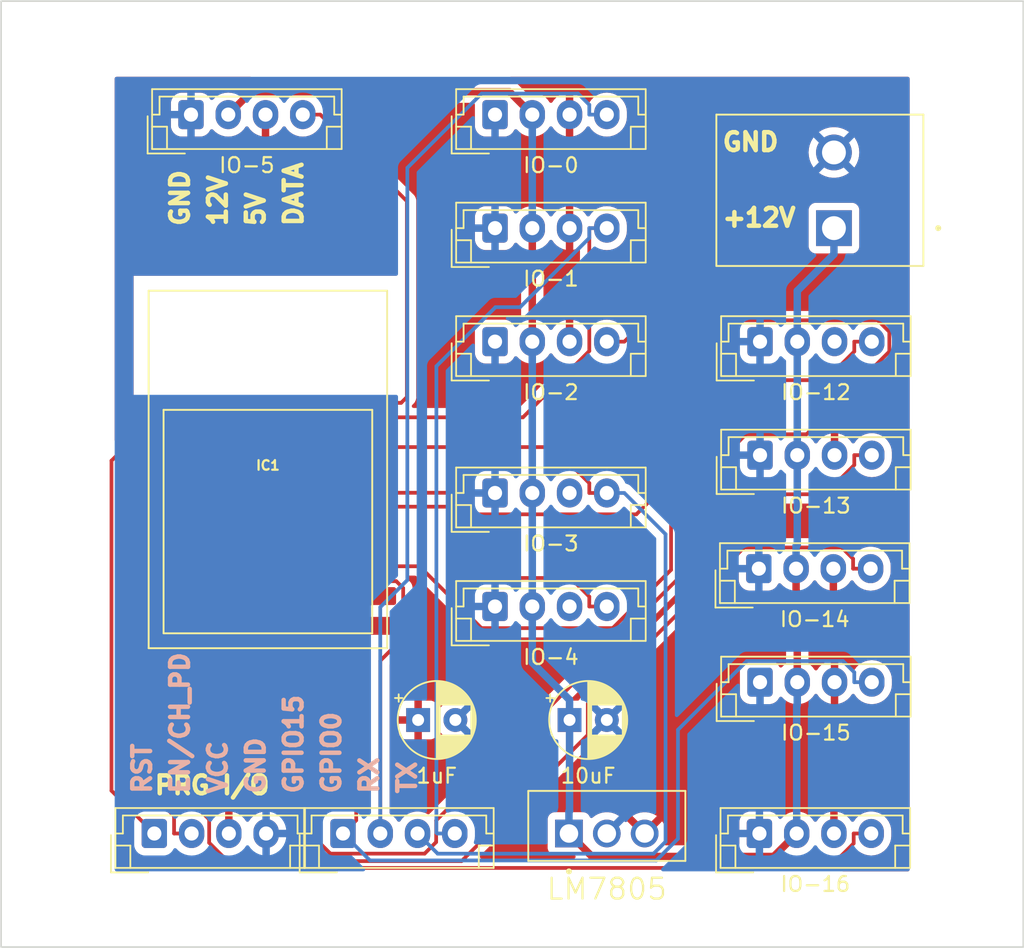
<source format=kicad_pcb>
(kicad_pcb (version 20221018) (generator pcbnew)
  (layers (0 "F.Cu" signal) (31 "B.Cu" signal) (34 "B.Paste" user) (35 "F.Paste" user) (36 "B.SilkS" user "B.Silkscreen") (37 "F.SilkS" user "F.Silkscreen") (38 "B.Mask" user) (39 "F.Mask" user) (44 "Edge.Cuts" user))
  (net 0 "")
  (net 1 "12V")
  (net 2 "GND")
  (net 3 "5V")
  (net 4 "Net-(IC1-RESET)")
  (net 6 "Net-(IC1-EN)")
  (net 7 "Net-(IC1-WAKE{slash}IO16)")
  (net 8 "Net-(IC1-SCK{slash}IO14)")
  (net 9 "Net-(IC1-MISO{slash}IO12)")
  (net 10 "Net-(IC1-MOSI{slash}IO13)")
  (net 11 "Net-(IC1-CS{slash}IO15)")
  (net 12 "Net-(IC1-IO2)")
  (net 13 "Net-(IC1-BL{slash}IO0)")
  (net 14 "Net-(IC1-SDA{slash}IO4)")
  (net 15 "Net-(IC1-SCL{slash}IO5)")
  (net 16 "Net-(IC1-RXD{slash}IO3)")
  (net 17 "Net-(IC1-TXD{slash}IO1)")
  (footprint "Connector_JST:JST_EH_B4B-EH-A_1x04_P2.50mm_Vertical" (layer "F.Cu") (at 61.08 66.04)
    (fp_text reference "J6" hide)
    (fp_text value "IO-3" (at 3.75 3.4) (layer "F.SilkS"))
    (pad "1" thru_hole roundrect (at 0 0) (size 1.7 1.95) (drill 0.95) (layers "*.Cu" "*.Mask") (roundrect_rratio 0.147059) (net 2 "GND"))
    (pad "2" thru_hole oval (at 2.5 0) (size 1.7 1.95) (drill 0.95) (layers "*.Cu" "*.Mask") (net 1 "12V"))
    (pad "3" thru_hole oval (at 5 0) (size 1.7 1.95) (drill 0.95) (layers "*.Cu" "*.Mask") (net 3 "5V"))
    (pad "4" thru_hole oval (at 7.5 0) (size 1.7 1.95) (drill 0.95) (layers "*.Cu" "*.Mask") (net 16 "Net-(IC1-RXD{slash}IO3)"))
  )
  (footprint "Connector_JST:JST_EH_B4B-EH-A_1x04_P2.50mm_Vertical" (layer "F.Cu") (at 78.86 63.5)
    (fp_text reference "J10" hide)
    (fp_text value "IO-13" (at 3.75 3.4) (layer "F.SilkS"))
    (pad "1" thru_hole roundrect (at 0 0) (size 1.7 1.95) (drill 0.95) (layers "*.Cu" "*.Mask") (roundrect_rratio 0.147059) (net 2 "GND"))
    (pad "2" thru_hole oval (at 2.5 0) (size 1.7 1.95) (drill 0.95) (layers "*.Cu" "*.Mask") (net 1 "12V"))
    (pad "3" thru_hole oval (at 5 0) (size 1.7 1.95) (drill 0.95) (layers "*.Cu" "*.Mask") (net 3 "5V"))
    (pad "4" thru_hole oval (at 7.5 0) (size 1.7 1.95) (drill 0.95) (layers "*.Cu" "*.Mask") (net 10 "Net-(IC1-MOSI{slash}IO13)"))
  )
  (footprint "Connector_JST:JST_EH_B4B-EH-A_1x04_P2.50mm_Vertical" (layer "F.Cu") (at 61.08 73.66)
    (fp_text reference "J7" hide)
    (fp_text value "IO-4" (at 3.75 3.4) (layer "F.SilkS"))
    (pad "1" thru_hole roundrect (at 0 0) (size 1.7 1.95) (drill 0.95) (layers "*.Cu" "*.Mask") (roundrect_rratio 0.147059) (net 2 "GND"))
    (pad "2" thru_hole oval (at 2.5 0) (size 1.7 1.95) (drill 0.95) (layers "*.Cu" "*.Mask") (net 1 "12V"))
    (pad "3" thru_hole oval (at 5 0) (size 1.7 1.95) (drill 0.95) (layers "*.Cu" "*.Mask") (net 3 "5V"))
    (pad "4" thru_hole oval (at 7.5 0) (size 1.7 1.95) (drill 0.95) (layers "*.Cu" "*.Mask") (net 14 "Net-(IC1-SDA{slash}IO4)"))
  )
  (footprint "Connector_JST:JST_EH_B4B-EH-A_1x04_P2.50mm_Vertical" (layer "F.Cu") (at 61.08 40.64)
    (fp_text reference "J3" hide)
    (fp_text value "IO-0" (at 3.75 3.4) (layer "F.SilkS"))
    (pad "1" thru_hole roundrect (at 0 0) (size 1.7 1.95) (drill 0.95) (layers "*.Cu" "*.Mask") (roundrect_rratio 0.147059) (net 2 "GND"))
    (pad "2" thru_hole oval (at 2.5 0) (size 1.7 1.95) (drill 0.95) (layers "*.Cu" "*.Mask") (net 1 "12V"))
    (pad "3" thru_hole oval (at 5 0) (size 1.7 1.95) (drill 0.95) (layers "*.Cu" "*.Mask") (net 3 "5V"))
    (pad "4" thru_hole oval (at 7.5 0) (size 1.7 1.95) (drill 0.95) (layers "*.Cu" "*.Mask") (net 13 "Net-(IC1-BL{slash}IO0)"))
  )
  (footprint "Connector_JST:JST_EH_B4B-EH-A_1x04_P2.50mm_Vertical" (layer "F.Cu") (at 50.88 88.9)
    (fp_text reference "J15" hide)
    (fp_text value "PRG-2")
    (pad "1" thru_hole roundrect (at 0 0) (size 1.7 1.95) (drill 0.95) (layers "*.Cu" "*.Mask") (roundrect_rratio 0.147059) (net 11 "Net-(IC1-CS{slash}IO15)"))
    (pad "2" thru_hole oval (at 2.5 0) (size 1.7 1.95) (drill 0.95) (layers "*.Cu" "*.Mask") (net 13 "Net-(IC1-BL{slash}IO0)"))
    (pad "3" thru_hole oval (at 5 0) (size 1.7 1.95) (drill 0.95) (layers "*.Cu" "*.Mask") (net 16 "Net-(IC1-RXD{slash}IO3)"))
    (pad "4" thru_hole oval (at 7.5 0) (size 1.7 1.95) (drill 0.95) (layers "*.Cu" "*.Mask") (net 17 "Net-(IC1-TXD{slash}IO1)"))
  )
  (footprint "LM7805CT_NOPB:TO254P1054X470X1955-3" (layer "F.Cu") (at 68.58 88.9)
    (fp_text reference "U1" hide)
    (fp_text value "LM7805" (at 0 3.729) (layer "F.SilkS") (effects (font (size 1.4 1.4))))
    (pad "1" thru_hole rect (at -2.54 0) (size 1.86 1.86) (drill 1.24) (layers "*.Cu" "*.Mask") (net 1 "12V"))
    (pad "2" thru_hole circle (at 0 0) (size 1.86 1.86) (drill 1.24) (layers "*.Cu" "*.Mask") (net 2 "GND"))
    (pad "3" thru_hole circle (at 2.54 0) (size 1.86 1.86) (drill 1.24) (layers "*.Cu" "*.Mask") (net 3 "5V"))
  )
  (footprint "Connector_JST:JST_EH_B4B-EH-A_1x04_P2.50mm_Vertical" (layer "F.Cu") (at 61.08 55.88)
    (fp_text reference "J5" hide)
    (fp_text value "IO-2" (at 3.75 3.4) (layer "F.SilkS"))
    (pad "1" thru_hole roundrect (at 0 0) (size 1.7 1.95) (drill 0.95) (layers "*.Cu" "*.Mask") (roundrect_rratio 0.147059) (net 2 "GND"))
    (pad "2" thru_hole oval (at 2.5 0) (size 1.7 1.95) (drill 0.95) (layers "*.Cu" "*.Mask") (net 1 "12V"))
    (pad "3" thru_hole oval (at 5 0) (size 1.7 1.95) (drill 0.95) (layers "*.Cu" "*.Mask") (net 3 "5V"))
    (pad "4" thru_hole oval (at 7.5 0) (size 1.7 1.95) (drill 0.95) (layers "*.Cu" "*.Mask") (net 12 "Net-(IC1-IO2)"))
  )
  (footprint "Capacitor_THT:CP_Radial_D5.0mm_P2.50mm" (layer "F.Cu") (at 55.92 81.28)
    (fp_text reference "C2" hide)
    (fp_text value "1uF" (at 1.25 3.75) (layer "F.SilkS"))
    (pad "1" thru_hole rect (at 0 0) (size 1.6 1.6) (drill 0.8) (layers "*.Cu" "*.Mask") (net 3 "5V"))
    (pad "2" thru_hole circle (at 2.5 0) (size 1.6 1.6) (drill 0.8) (layers "*.Cu" "*.Mask") (net 2 "GND"))
  )
  (footprint "Connector_JST:JST_EH_B4B-EH-A_1x04_P2.50mm_Vertical" (layer "F.Cu") (at 61.08 48.26)
    (fp_text reference "J4" hide)
    (fp_text value "IO-1" (at 3.75 3.4) (layer "F.SilkS"))
    (pad "1" thru_hole roundrect (at 0 0) (size 1.7 1.95) (drill 0.95) (layers "*.Cu" "*.Mask") (roundrect_rratio 0.147059) (net 2 "GND"))
    (pad "2" thru_hole oval (at 2.5 0) (size 1.7 1.95) (drill 0.95) (layers "*.Cu" "*.Mask") (net 1 "12V"))
    (pad "3" thru_hole oval (at 5 0) (size 1.7 1.95) (drill 0.95) (layers "*.Cu" "*.Mask") (net 3 "5V"))
    (pad "4" thru_hole oval (at 7.5 0) (size 1.7 1.95) (drill 0.95) (layers "*.Cu" "*.Mask") (net 17 "Net-(IC1-TXD{slash}IO1)"))
  )
  (footprint "ESP-12F:ESP-12F" (layer "F.Cu") (at 45.84 65.46)
    (fp_text reference "IC1" (at 0 -1.27031) (layer "F.SilkS") (effects (font (size 0.640154 0.640154))))
    (fp_text value "ESP-12F")
    (pad "1" smd roundrect (at -7.5 -4.5) (size 2.2 1.2) (layers "F.Cu" "F.Paste" "F.Mask") (roundrect_rratio 0.12) (net 4 "Net-(IC1-RESET)"))
    (pad "2" smd roundrect (at -7.5 -2.5) (size 2.2 1.2) (layers "F.Cu" "F.Paste" "F.Mask") (roundrect_rratio 0.12))
    (pad "3" smd roundrect (at -7.5 -0.5) (size 2.2 1.2) (layers "F.Cu" "F.Paste" "F.Mask") (roundrect_rratio 0.12) (net 6 "Net-(IC1-EN)"))
    (pad "4" smd roundrect (at -7.5 1.5) (size 2.2 1.2) (layers "F.Cu" "F.Paste" "F.Mask") (roundrect_rratio 0.12) (net 7 "Net-(IC1-WAKE{slash}IO16)"))
    (pad "5" smd roundrect (at -7.5 3.5) (size 2.2 1.2) (layers "F.Cu" "F.Paste" "F.Mask") (roundrect_rratio 0.12) (net 8 "Net-(IC1-SCK{slash}IO14)"))
    (pad "6" smd roundrect (at -7.5 5.5) (size 2.2 1.2) (layers "F.Cu" "F.Paste" "F.Mask") (roundrect_rratio 0.12) (net 9 "Net-(IC1-MISO{slash}IO12)"))
    (pad "7" smd roundrect (at -7.5 7.5) (size 2.2 1.2) (layers "F.Cu" "F.Paste" "F.Mask") (roundrect_rratio 0.12) (net 10 "Net-(IC1-MOSI{slash}IO13)"))
    (pad "8" smd roundrect (at -7.5 9.5) (size 2.2 1.2) (layers "F.Cu" "F.Paste" "F.Mask") (roundrect_rratio 0.12) (net 3 "5V"))
    (pad "9" smd roundrect (at 7.5 9.5) (size 2.2 1.2) (layers "F.Cu" "F.Paste" "F.Mask") (roundrect_rratio 0.12) (net 2 "GND"))
    (pad "10" smd roundrect (at 7.5 7.5) (size 2.2 1.2) (layers "F.Cu" "F.Paste" "F.Mask") (roundrect_rratio 0.12) (net 11 "Net-(IC1-CS{slash}IO15)"))
    (pad "11" smd roundrect (at 7.5 5.5) (size 2.2 1.2) (layers "F.Cu" "F.Paste" "F.Mask") (roundrect_rratio 0.12) (net 12 "Net-(IC1-IO2)"))
    (pad "12" smd roundrect (at 7.5 3.5) (size 2.2 1.2) (layers "F.Cu" "F.Paste" "F.Mask") (roundrect_rratio 0.12) (net 13 "Net-(IC1-BL{slash}IO0)"))
    (pad "13" smd roundrect (at 7.5 1.5) (size 2.2 1.2) (layers "F.Cu" "F.Paste" "F.Mask") (roundrect_rratio 0.12) (net 14 "Net-(IC1-SDA{slash}IO4)"))
    (pad "14" smd roundrect (at 7.5 -0.5) (size 2.2 1.2) (layers "F.Cu" "F.Paste" "F.Mask") (roundrect_rratio 0.12) (net 15 "Net-(IC1-SCL{slash}IO5)"))
    (pad "15" smd roundrect (at 7.5 -2.5) (size 2.2 1.2) (layers "F.Cu" "F.Paste" "F.Mask") (roundrect_rratio 0.12) (net 16 "Net-(IC1-RXD{slash}IO3)"))
    (pad "16" smd roundrect (at 7.5 -4.5) (size 2.2 1.2) (layers "F.Cu" "F.Paste" "F.Mask") (roundrect_rratio 0.12) (net 17 "Net-(IC1-TXD{slash}IO1)"))
    (pad "17" smd roundrect (at -5 11 90) (size 1.6 1.2) (layers "F.Cu" "F.Paste" "F.Mask") (roundrect_rratio 0.12))
    (pad "18" smd roundrect (at -3 11 90) (size 1.6 1.2) (layers "F.Cu" "F.Paste" "F.Mask") (roundrect_rratio 0.12))
    (pad "19" smd roundrect (at -1 11 90) (size 1.6 1.2) (layers "F.Cu" "F.Paste" "F.Mask") (roundrect_rratio 0.12))
    (pad "20" smd roundrect (at 1 11 90) (size 1.6 1.2) (layers "F.Cu" "F.Paste" "F.Mask") (roundrect_rratio 0.12))
    (pad "21" smd roundrect (at 3 11 90) (size 1.6 1.2) (layers "F.Cu" "F.Paste" "F.Mask") (roundrect_rratio 0.12))
    (pad "22" smd roundrect (at 5 11 90) (size 1.6 1.2) (layers "F.Cu" "F.Paste" "F.Mask") (roundrect_rratio 0.12))
    (zone (net 0) (net_name "") (layer "F.Cu") (connect_pads (clearance 0)) (min_thickness 0.01)
      (keepout (tracks not_allowed) (vias not_allowed) (pads not_allowed) (copperpour not_allowed) (footprints allowed))
      (fill (thermal_gap 0.508) (thermal_bridge_width 0.508))
      (polygon (pts (xy 36.83266 51.46) (xy 54.84 51.46) (xy 54.84 59.45511) (xy 36.83266 59.45511)))
    )
    (zone (net 0) (net_name "") (layer "B.Cu") (connect_pads (clearance 0)) (min_thickness 0.01)
      (keepout (tracks not_allowed) (vias not_allowed) (pads not_allowed) (copperpour not_allowed) (footprints allowed))
      (fill (thermal_gap 0.508) (thermal_bridge_width 0.508))
      (polygon (pts (xy 36.824 51.46) (xy 54.84 51.46) (xy 54.84 59.44933) (xy 36.824 59.44933)))
    )
  )
  (footprint "Connector_JST:JST_EH_B4B-EH-A_1x04_P2.50mm_Vertical" (layer "F.Cu") (at 78.82 88.9)
    (fp_text reference "J13" hide)
    (fp_text value "IO-16" (at 3.75 3.4) (layer "F.SilkS"))
    (pad "1" thru_hole roundrect (at 0 0) (size 1.7 1.95) (drill 0.95) (layers "*.Cu" "*.Mask") (roundrect_rratio 0.147059) (net 2 "GND"))
    (pad "2" thru_hole oval (at 2.5 0) (size 1.7 1.95) (drill 0.95) (layers "*.Cu" "*.Mask") (net 1 "12V"))
    (pad "3" thru_hole oval (at 5 0) (size 1.7 1.95) (drill 0.95) (layers "*.Cu" "*.Mask") (net 3 "5V"))
    (pad "4" thru_hole oval (at 7.5 0) (size 1.7 1.95) (drill 0.95) (layers "*.Cu" "*.Mask") (net 7 "Net-(IC1-WAKE{slash}IO16)"))
  )
  (footprint "Connector_JST:JST_EH_B4B-EH-A_1x04_P2.50mm_Vertical" (layer "F.Cu") (at 38.22 88.9)
    (fp_text reference "J14" hide)
    (fp_text value "PRG-1")
    (pad "1" thru_hole roundrect (at 0 0) (size 1.7 1.95) (drill 0.95) (layers "*.Cu" "*.Mask") (roundrect_rratio 0.147059) (net 4 "Net-(IC1-RESET)"))
    (pad "2" thru_hole oval (at 2.5 0) (size 1.7 1.95) (drill 0.95) (layers "*.Cu" "*.Mask") (net 6 "Net-(IC1-EN)"))
    (pad "3" thru_hole oval (at 5 0) (size 1.7 1.95) (drill 0.95) (layers "*.Cu" "*.Mask") (net 3 "5V"))
    (pad "4" thru_hole oval (at 7.5 0) (size 1.7 1.95) (drill 0.95) (layers "*.Cu" "*.Mask") (net 2 "GND"))
  )
  (footprint "Capacitor_THT:CP_Radial_D5.0mm_P2.50mm" (layer "F.Cu") (at 66.08 81.28)
    (fp_text reference "C1" hide)
    (fp_text value "10uF" (at 1.25 3.75) (layer "F.SilkS"))
    (pad "1" thru_hole rect (at 0 0) (size 1.6 1.6) (drill 0.8) (layers "*.Cu" "*.Mask") (net 1 "12V"))
    (pad "2" thru_hole circle (at 2.5 0) (size 1.6 1.6) (drill 0.8) (layers "*.Cu" "*.Mask") (net 2 "GND"))
  )
  (footprint "TB008A-508-02GR:CUI_TB008A-508-02GR" (layer "F.Cu") (at 83.82 48.26 90)
    (fp_text reference "J1" hide)
    (fp_text value "Power")
    (pad "1" thru_hole rect (at 0 0 90) (size 2.4 2.4) (drill 1.6) (layers "*.Cu" "*.Mask") (net 1 "12V"))
    (pad "2" thru_hole circle (at 5.08 0 90) (size 2.4 2.4) (drill 1.6) (layers "*.Cu" "*.Mask") (net 2 "GND"))
  )
  (footprint "Connector_JST:JST_EH_B4B-EH-A_1x04_P2.50mm_Vertical" (layer "F.Cu") (at 78.86 78.74)
    (fp_text reference "J12" hide)
    (fp_text value "IO-15" (at 3.75 3.4) (layer "F.SilkS"))
    (pad "1" thru_hole roundrect (at 0 0) (size 1.7 1.95) (drill 0.95) (layers "*.Cu" "*.Mask") (roundrect_rratio 0.147059) (net 2 "GND"))
    (pad "2" thru_hole oval (at 2.5 0) (size 1.7 1.95) (drill 0.95) (layers "*.Cu" "*.Mask") (net 1 "12V"))
    (pad "3" thru_hole oval (at 5 0) (size 1.7 1.95) (drill 0.95) (layers "*.Cu" "*.Mask") (net 3 "5V"))
    (pad "4" thru_hole oval (at 7.5 0) (size 1.7 1.95) (drill 0.95) (layers "*.Cu" "*.Mask") (net 11 "Net-(IC1-CS{slash}IO15)"))
  )
  (footprint "Connector_JST:JST_EH_B4B-EH-A_1x04_P2.50mm_Vertical" (layer "F.Cu") (at 78.86 55.88)
    (fp_text reference "J9" hide)
    (fp_text value "IO-12" (at 3.75 3.4) (layer "F.SilkS"))
    (pad "1" thru_hole roundrect (at 0 0) (size 1.7 1.95) (drill 0.95) (layers "*.Cu" "*.Mask") (roundrect_rratio 0.147059) (net 2 "GND"))
    (pad "2" thru_hole oval (at 2.5 0) (size 1.7 1.95) (drill 0.95) (layers "*.Cu" "*.Mask") (net 1 "12V"))
    (pad "3" thru_hole oval (at 5 0) (size 1.7 1.95) (drill 0.95) (layers "*.Cu" "*.Mask") (net 3 "5V"))
    (pad "4" thru_hole oval (at 7.5 0) (size 1.7 1.95) (drill 0.95) (layers "*.Cu" "*.Mask") (net 9 "Net-(IC1-MISO{slash}IO12)"))
  )
  (footprint "Connector_JST:JST_EH_B4B-EH-A_1x04_P2.50mm_Vertical" (layer "F.Cu") (at 78.78 71.12)
    (fp_text reference "J11" hide)
    (fp_text value "IO-14" (at 3.75 3.4) (layer "F.SilkS"))
    (pad "1" thru_hole roundrect (at 0 0) (size 1.7 1.95) (drill 0.95) (layers "*.Cu" "*.Mask") (roundrect_rratio 0.147059) (net 2 "GND"))
    (pad "2" thru_hole oval (at 2.5 0) (size 1.7 1.95) (drill 0.95) (layers "*.Cu" "*.Mask") (net 1 "12V"))
    (pad "3" thru_hole oval (at 5 0) (size 1.7 1.95) (drill 0.95) (layers "*.Cu" "*.Mask") (net 3 "5V"))
    (pad "4" thru_hole oval (at 7.5 0) (size 1.7 1.95) (drill 0.95) (layers "*.Cu" "*.Mask") (net 8 "Net-(IC1-SCK{slash}IO14)"))
  )
  (footprint "Connector_JST:JST_EH_B4B-EH-A_1x04_P2.50mm_Vertical" (layer "F.Cu") (at 40.68 40.64)
    (fp_text reference "J8" hide)
    (fp_text value "IO-5" (at 3.75 3.4) (layer "F.SilkS"))
    (pad "1" thru_hole roundrect (at 0 0) (size 1.7 1.95) (drill 0.95) (layers "*.Cu" "*.Mask") (roundrect_rratio 0.147059) (net 2 "GND"))
    (pad "2" thru_hole oval (at 2.5 0) (size 1.7 1.95) (drill 0.95) (layers "*.Cu" "*.Mask") (net 1 "12V"))
    (pad "3" thru_hole oval (at 5 0) (size 1.7 1.95) (drill 0.95) (layers "*.Cu" "*.Mask") (net 3 "5V"))
    (pad "4" thru_hole oval (at 7.5 0) (size 1.7 1.95) (drill 0.95) (layers "*.Cu" "*.Mask") (net 15 "Net-(IC1-SCL{slash}IO5)"))
  )
  (gr_rect (start 27.94 33.02) (end 96.52 96.52) (stroke (width 0.1)) (fill none) (layer "Edge.Cuts"))
  (gr_text "EN/CH_PD" (at 40.64 86.36 90) (layer "B.SilkS") (effects (font (size 1.2 1.2) (thickness 0.3) bold) (justify left bottom)))
  (gr_text "RX" (at 53.34 86.36 90) (layer "B.SilkS") (effects (font (size 1.2 1.2) (thickness 0.3) bold) (justify left bottom)))
  (gr_text "GPIO15" (at 48.26 86.36 90) (layer "B.SilkS") (effects (font (size 1.2 1.2) (thickness 0.3) bold) (justify left bottom)))
  (gr_text "GPIO0" (at 50.8 86.36 90) (layer "B.SilkS") (effects (font (size 1.2 1.2) (thickness 0.3) bold) (justify left bottom)))
  (gr_text "GND" (at 45.72 86.36 90) (layer "B.SilkS") (effects (font (size 1.2 1.2) (thickness 0.3) bold) (justify left bottom)))
  (gr_text "RST" (at 38.1 86.36 90) (layer "B.SilkS") (effects (font (size 1.2 1.2) (thickness 0.3) bold) (justify left bottom)))
  (gr_text "TX" (at 55.88 86.36 90) (layer "B.SilkS") (effects (font (size 1.2 1.2) (thickness 0.3) bold) (justify left bottom)))
  (gr_text "VCC" (at 43.18 86.36 90) (layer "B.SilkS") (effects (font (size 1.2 1.2) (thickness 0.3) bold) (justify left bottom)))
  (gr_text "+12V" (at 76.2 48.26) (layer "F.SilkS") (effects (font (size 1.2 1.2) (thickness 0.3) bold) (justify left bottom)))
  (gr_text "GND" (at 76.2 43.18) (layer "F.SilkS") (effects (font (size 1.2 1.2) (thickness 0.3) bold) (justify left bottom)))
  (gr_text "DATA" (at 48.26 48.26 90) (layer "F.SilkS") (effects (font (size 1.2 1.2) (thickness 0.3) bold) (justify left bottom)))
  (gr_text "GND" (at 40.64 48.26 90) (layer "F.SilkS") (effects (font (size 1.2 1.2) (thickness 0.3) bold) (justify left bottom)))
  (gr_text "PRG I/O" (at 38.1 86.36) (layer "F.SilkS") (effects (font (size 1.2 1.2) (thickness 0.3) bold) (justify left bottom)))
  (gr_text "12V\n" (at 43.18 48.26 90) (layer "F.SilkS") (effects (font (size 1.2 1.2) (thickness 0.3) bold) (justify left bottom)))
  (gr_text "5V\n" (at 45.72 48.26 90) (layer "F.SilkS") (effects (font (size 1.2 1.2) (thickness 0.3) bold) (justify left bottom)))
  (segment (start 62.0373 39.0973) (end 44.7227 39.0973) (width 0.5) (layer "F.Cu") (net 1))
  (segment (start 81.28 72.6453) (end 81.36 72.7253) (width 0.5) (layer "F.Cu") (net 1))
  (segment (start 81.36 72.7253) (end 81.36 78.74) (width 0.5) (layer "F.Cu") (net 1))
  (segment (start 67.5826 90.4426) (end 66.04 88.9) (width 0.5) (layer "F.Cu") (net 1))
  (segment (start 81.32 88.9) (end 79.7774 90.4426) (width 0.5) (layer "F.Cu") (net 1))
  (segment (start 79.7774 90.4426) (end 67.5826 90.4426) (width 0.5) (layer "F.Cu") (net 1))
  (segment (start 63.58 40.64) (end 62.0373 39.0973) (width 0.5) (layer "F.Cu") (net 1))
  (segment (start 81.28 71.12) (end 81.28 72.6453) (width 0.5) (layer "F.Cu") (net 1))
  (segment (start 63.58 55.88) (end 63.58 48.26) (width 0.5) (layer "F.Cu") (net 1))
  (segment (start 44.7227 39.0973) (end 43.18 40.64) (width 0.5) (layer "F.Cu") (net 1))
  (segment (start 63.58 66.04) (end 63.58 55.88) (width 0.5) (layer "B.Cu") (net 1))
  (segment (start 83.82 48.26) (end 83.82 50.0103) (width 0.5) (layer "B.Cu") (net 1))
  (segment (start 66.04 88.9) (end 66.04 87.4197) (width 0.5) (layer "B.Cu") (net 1))
  (segment (start 81.36 80.2653) (end 81.32 80.3053) (width 0.5) (layer "B.Cu") (net 1))
  (segment (start 81.36 52.4703) (end 81.36 55.88) (width 0.5) (layer "B.Cu") (net 1))
  (segment (start 66.04 87.4197) (end 66.08 87.3797) (width 0.5) (layer "B.Cu") (net 1))
  (segment (start 81.28 71.12) (end 81.28 69.5947) (width 0.5) (layer "B.Cu") (net 1))
  (segment (start 63.58 48.26) (end 63.58 40.64) (width 0.5) (layer "B.Cu") (net 1))
  (segment (start 81.36 63.5) (end 81.36 69.5147) (width 0.5) (layer "B.Cu") (net 1))
  (segment (start 66.08 81.28) (end 66.08 79.9297) (width 0.5) (layer "B.Cu") (net 1))
  (segment (start 81.36 78.74) (end 81.36 80.2653) (width 0.5) (layer "B.Cu") (net 1))
  (segment (start 81.36 69.5147) (end 81.28 69.5947) (width 0.5) (layer "B.Cu") (net 1))
  (segment (start 81.36 55.88) (end 81.36 63.5) (width 0.5) (layer "B.Cu") (net 1))
  (segment (start 63.58 73.66) (end 63.58 66.04) (width 0.5) (layer "B.Cu") (net 1))
  (segment (start 66.08 87.3797) (end 66.08 81.28) (width 0.5) (layer "B.Cu") (net 1))
  (segment (start 66.08 79.9297) (end 63.58 77.4297) (width 0.5) (layer "B.Cu") (net 1))
  (segment (start 63.58 77.4297) (end 63.58 73.66) (width 0.5) (layer "B.Cu") (net 1))
  (segment (start 83.82 50.0103) (end 81.36 52.4703) (width 0.5) (layer "B.Cu") (net 1))
  (segment (start 81.32 80.3053) (end 81.32 88.9) (width 0.5) (layer "B.Cu") (net 1))
  (segment (start 35.3467 63.8714) (end 35.3467 86.0267) (width 0.25) (layer "F.Cu") (net 4))
  (segment (start 35.3467 86.0267) (end 38.22 88.9) (width 0.25) (layer "F.Cu") (net 4))
  (segment (start 38.2581 60.96) (end 35.3467 63.8714) (width 0.25) (layer "F.Cu") (net 4))
  (segment (start 38.34 60.96) (end 38.2581 60.96) (width 0.25) (layer "F.Cu") (net 4))
  (segment (start 38.34 64.96) (end 38.2393 64.96) (width 0.25) (layer "F.Cu") (net 6))
  (segment (start 40.72 88.9) (end 39.5447 88.9) (width 0.25) (layer "F.Cu") (net 6))
  (segment (start 39.5447 87.7247) (end 39.5447 88.9) (width 0.25) (layer "F.Cu") (net 6))
  (segment (start 35.8332 67.3661) (end 35.8332 84.0132) (width 0.25) (layer "F.Cu") (net 6))
  (segment (start 38.2393 64.96) (end 35.8332 67.3661) (width 0.25) (layer "F.Cu") (net 6))
  (segment (start 35.8332 84.0132) (end 39.5447 87.7247) (width 0.25) (layer "F.Cu") (net 6))
  (segment (start 86.32 88.9) (end 85.1447 88.9) (width 0.25) (layer "F.Cu") (net 7))
  (segment (start 83.4942 91.2116) (end 85.1447 89.5611) (width 0.25) (layer "F.Cu") (net 7))
  (segment (start 38.1899 66.96) (end 36.3138 68.8361) (width 0.25) (layer "F.Cu") (net 7))
  (segment (start 85.1447 89.5611) (end 85.1447 88.9) (width 0.25) (layer "F.Cu") (net 7))
  (segment (start 38.34 66.96) (end 38.1899 66.96) (width 0.25) (layer "F.Cu") (net 7))
  (segment (start 41.8992 87.954) (end 41.8992 89.5219) (width 0.25) (layer "F.Cu") (net 7))
  (segment (start 36.3138 68.8361) (end 36.3138 82.3686) (width 0.25) (layer "F.Cu") (net 7))
  (segment (start 36.3138 82.3686) (end 41.8992 87.954) (width 0.25) (layer "F.Cu") (net 7))
  (segment (start 41.8992 89.5219) (end 43.5889 91.2116) (width 0.25) (layer "F.Cu") (net 7))
  (segment (start 43.5889 91.2116) (end 83.4942 91.2116) (width 0.25) (layer "F.Cu") (net 7))
  (segment (start 38.34 68.96) (end 38.2 68.96) (width 0.25) (layer "F.Cu") (net 8))
  (segment (start 86.28 71.12) (end 85.1047 71.12) (width 0.25) (layer "F.Cu") (net 8))
  (segment (start 49.8986 90.754) (end 58.8335 90.754) (width 0.25) (layer "F.Cu") (net 8))
  (segment (start 85.1047 70.4589) (end 85.1047 71.12) (width 0.25) (layer "F.Cu") (net 8))
  (segment (start 36.7892 70.3708) (end 36.7892 77.6446) (width 0.25) (layer "F.Cu") (net 8))
  (segment (start 84.3442 69.6984) (end 85.1047 70.4589) (width 0.25) (layer "F.Cu") (net 8))
  (segment (start 58.8335 90.754) (end 67.3054 82.2821) (width 0.25) (layer "F.Cu") (net 8))
  (segment (start 67.3054 82.2821) (end 67.3054 80.1852) (width 0.25) (layer "F.Cu") (net 8))
  (segment (start 36.7892 77.6446) (end 49.8986 90.754) (width 0.25) (layer "F.Cu") (net 8))
  (segment (start 67.3054 80.1852) (end 77.7922 69.6984) (width 0.25) (layer "F.Cu") (net 8))
  (segment (start 38.2 68.96) (end 36.7892 70.3708) (width 0.25) (layer "F.Cu") (net 8))
  (segment (start 77.7922 69.6984) (end 84.3442 69.6984) (width 0.25) (layer "F.Cu") (net 8))
  (segment (start 38.34 70.96) (end 46.9462 70.96) (width 0.25) (layer "F.Cu") (net 9))
  (segment (start 59.3986 67.4722) (end 70.5638 67.4722) (width 0.25) (layer "F.Cu") (net 9))
  (segment (start 86.36 55.88) (end 85.1847 55.88) (width 0.25) (layer "F.Cu") (net 9))
  (segment (start 85.1847 56.5411) (end 85.1847 55.88) (width 0.25) (layer "F.Cu") (net 9))
  (segment (start 70.5638 67.4722) (end 79.5706 58.4654) (width 0.25) (layer "F.Cu") (net 9))
  (segment (start 46.9462 70.96) (end 51.8802 66.026) (width 0.25) (layer "F.Cu") (net 9))
  (segment (start 79.5706 58.4654) (end 83.2604 58.4654) (width 0.25) (layer "F.Cu") (net 9))
  (segment (start 57.9524 66.026) (end 59.3986 67.4722) (width 0.25) (layer "F.Cu") (net 9))
  (segment (start 51.8802 66.026) (end 57.9524 66.026) (width 0.25) (layer "F.Cu") (net 9))
  (segment (start 83.2604 58.4654) (end 85.1847 56.5411) (width 0.25) (layer "F.Cu") (net 9))
  (segment (start 56.354 90.2511) (end 57.13 89.4751) (width 0.25) (layer "F.Cu") (net 10))
  (segment (start 50.0326 90.2511) (end 56.354 90.2511) (width 0.25) (layer "F.Cu") (net 10))
  (segment (start 39.1474 72.96) (end 41.7883 75.6009) (width 0.25) (layer "F.Cu") (net 10))
  (segment (start 57.13 89.4751) (end 57.13 88.0223) (width 0.25) (layer "F.Cu") (net 10))
  (segment (start 83.2204 66.1254) (end 85.1847 64.1611) (width 0.25) (layer "F.Cu") (net 10))
  (segment (start 86.36 63.5) (end 85.1847 63.5) (width 0.25) (layer "F.Cu") (net 10))
  (segment (start 41.7883 75.6009) (end 41.7883 82.0068) (width 0.25) (layer "F.Cu") (net 10))
  (segment (start 41.7883 82.0068) (end 50.0326 90.2511) (width 0.25) (layer "F.Cu") (net 10))
  (segment (start 57.13 88.0223) (end 79.0269 66.1254) (width 0.25) (layer "F.Cu") (net 10))
  (segment (start 85.1847 64.1611) (end 85.1847 63.5) (width 0.25) (layer "F.Cu") (net 10))
  (segment (start 79.0269 66.1254) (end 83.2204 66.1254) (width 0.25) (layer "F.Cu") (net 10))
  (segment (start 38.34 72.96) (end 39.1474 72.96) (width 0.25) (layer "F.Cu") (net 10))
  (segment (start 53.1055 72.96) (end 51.7659 74.2996) (width 0.25) (layer "F.Cu") (net 11))
  (segment (start 53.34 72.96) (end 53.1055 72.96) (width 0.25) (layer "F.Cu") (net 11))
  (segment (start 51.7659 74.2996) (end 51.7659 88.0141) (width 0.25) (layer "F.Cu") (net 11))
  (segment (start 51.7659 88.0141) (end 50.88 88.9) (width 0.25) (layer "F.Cu") (net 11))
  (segment (start 73.3554 81.9372) (end 77.9698 77.3228) (width 0.25) (layer "B.Cu") (net 11))
  (segment (start 86.36 78.74) (end 85.1847 78.74) (width 0.25) (layer "B.Cu") (net 11))
  (segment (start 85.1847 78.0789) (end 85.1847 78.74) (width 0.25) (layer "B.Cu") (net 11))
  (segment (start 50.88 88.9) (end 52.689 90.709) (width 0.25) (layer "B.Cu") (net 11))
  (segment (start 77.9698 77.3228) (end 84.4286 77.3228) (width 0.25) (layer "B.Cu") (net 11))
  (segment (start 71.898 90.709) (end 73.3554 89.2516) (width 0.25) (layer "B.Cu") (net 11))
  (segment (start 52.689 90.709) (end 71.898 90.709) (width 0.25) (layer "B.Cu") (net 11))
  (segment (start 84.4286 77.3228) (end 85.1847 78.0789) (width 0.25) (layer "B.Cu") (net 11))
  (segment (start 73.3554 89.2516) (end 73.3554 81.9372) (width 0.25) (layer "B.Cu") (net 11))
  (segment (start 77.9215 62.0986) (end 81.9827 62.0986) (width 0.25) (layer "F.Cu") (net 12))
  (segment (start 72.892 67.1281) (end 77.9215 62.0986) (width 0.25) (layer "F.Cu") (net 12))
  (segment (start 68.58 55.88) (end 69.7553 55.88) (width 0.25) (layer "F.Cu") (net 12))
  (segment (start 71.1892 54.4461) (end 69.7553 55.88) (width 0.25) (layer "F.Cu") (net 12))
  (segment (start 53.34 70.96) (end 56.0145 70.96) (width 0.25) (layer "F.Cu") (net 12))
  (segment (start 86.7619 54.4461) (end 71.1892 54.4461) (width 0.25) (layer "F.Cu") (net 12))
  (segment (start 72.892 71.1983) (end 72.892 67.1281) (width 0.25) (layer "F.Cu") (net 12))
  (segment (start 87.5364 56.5449) (end 87.5364 55.2206) (width 0.25) (layer "F.Cu") (net 12))
  (segment (start 60.1665 75.112) (end 68.9783 75.112) (width 0.25) (layer "F.Cu") (net 12))
  (segment (start 68.9783 75.112) (end 72.892 71.1983) (width 0.25) (layer "F.Cu") (net 12))
  (segment (start 87.5364 55.2206) (end 86.7619 54.4461) (width 0.25) (layer "F.Cu") (net 12))
  (segment (start 56.0145 70.96) (end 60.1665 75.112) (width 0.25) (layer "F.Cu") (net 12))
  (segment (start 81.9827 62.0986) (end 87.5364 56.5449) (width 0.25) (layer "F.Cu") (net 12))
  (segment (start 53.2148 68.96) (end 51.8919 70.2829) (width 0.25) (layer "F.Cu") (net 13))
  (segment (start 51.8919 71.6389) (end 52.213 71.96) (width 0.25) (layer "F.Cu") (net 13))
  (segment (start 51.8919 70.2829) (end 51.8919 71.6389) (width 0.25) (layer "F.Cu") (net 13))
  (segment (start 52.213 71.96) (end 54.4508 71.96) (width 0.25) (layer "F.Cu") (net 13))
  (segment (start 54.9171 75.7634) (end 53.38 77.3005) (width 0.25) (layer "F.Cu") (net 13))
  (segment (start 54.4508 71.96) (end 54.9171 72.4263) (width 0.25) (layer "F.Cu") (net 13))
  (segment (start 54.9171 72.4263) (end 54.9171 75.7634) (width 0.25) (layer "F.Cu") (net 13))
  (segment (start 53.38 77.3005) (end 53.38 88.9) (width 0.25) (layer "F.Cu") (net 13))
  (segment (start 53.34 68.96) (end 53.2148 68.96) (width 0.25) (layer "F.Cu") (net 13))
  (segment (start 68.58 40.64) (end 67.4047 40.64) (width 0.25) (layer "B.Cu") (net 13))
  (segment (start 60.1822 39.2249) (end 66.6507 39.2249) (width 0.25) (layer "B.Cu") (net 13))
  (segment (start 53.38 73.7046) (end 55.1961 71.8885) (width 0.25) (layer "B.Cu") (net 13))
  (segment (start 53.38 88.9) (end 53.38 73.7046) (width 0.25) (layer "B.Cu") (net 13))
  (segment (start 67.4047 39.9789) (end 67.4047 40.64) (width 0.25) (layer "B.Cu") (net 13))
  (segment (start 66.6507 39.2249) (end 67.4047 39.9789) (width 0.25) (layer "B.Cu") (net 13))
  (segment (start 55.1961 71.8885) (end 55.1961 44.211) (width 0.25) (layer "B.Cu") (net 13))
  (segment (start 55.1961 44.211) (end 60.1822 39.2249) (width 0.25) (layer "B.Cu") (net 13))
  (segment (start 57.8678 66.96) (end 62.6544 71.7466) (width 0.25) (layer "F.Cu") (net 14))
  (segment (start 68.58 73.66) (end 67.4047 73.66) (width 0.25) (layer "F.Cu") (net 14))
  (segment (start 67.4047 72.9989) (end 67.4047 73.66) (width 0.25) (layer "F.Cu") (net 14))
  (segment (start 53.34 66.96) (end 57.8678 66.96) (width 0.25) (layer "F.Cu") (net 14))
  (segment (start 66.1524 71.7466) (end 67.4047 72.9989) (width 0.25) (layer "F.Cu") (net 14))
  (segment (start 62.6544 71.7466) (end 66.1524 71.7466) (width 0.25) (layer "F.Cu") (net 14))
  (segment (start 51.8845 63.5836) (end 51.8845 60.2839) (width 0.25) (layer "F.Cu") (net 15))
  (segment (start 52.1791 59.9893) (end 54.7787 59.9893) (width 0.25) (layer "F.Cu") (net 15))
  (segment (start 53.34 64.96) (end 53.2609 64.96) (width 0.25) (layer "F.Cu") (net 15))
  (segment (start 54.7787 59.9893) (end 55.1659 59.6021) (width 0.25) (layer "F.Cu") (net 15))
  (segment (start 53.2609 64.96) (end 51.8845 63.5836) (width 0.25) (layer "F.Cu") (net 15))
  (segment (start 55.1659 46.4506) (end 49.3553 40.64) (width 0.25) (layer "F.Cu") (net 15))
  (segment (start 55.1659 59.6021) (end 55.1659 46.4506) (width 0.25) (layer "F.Cu") (net 15))
  (segment (start 48.18 40.64) (end 49.3553 40.64) (width 0.25) (layer "F.Cu") (net 15))
  (segment (start 51.8845 60.2839) (end 52.1791 59.9893) (width 0.25) (layer "F.Cu") (net 15))
  (segment (start 64.9858 62.96) (end 67.4047 65.3789) (width 0.25) (layer "F.Cu") (net 16))
  (segment (start 53.34 62.96) (end 64.9858 62.96) (width 0.25) (layer "F.Cu") (net 16))
  (segment (start 67.4047 65.3789) (end 67.4047 66.04) (width 0.25) (layer "F.Cu") (net 16))
  (segment (start 68.58 66.04) (end 67.4047 66.04) (width 0.25) (layer "F.Cu") (net 16))
  (segment (start 72.5211 89.449) (end 71.7148 90.2553) (width 0.25) (layer "B.Cu") (net 16))
  (segment (start 68.58 66.04) (end 69.7553 66.04) (width 0.25) (layer "B.Cu") (net 16))
  (segment (start 57.2353 90.2553) (end 55.88 88.9) (width 0.25) (layer "B.Cu") (net 16))
  (segment (start 71.7148 90.2553) (end 57.2353 90.2553) (width 0.25) (layer "B.Cu") (net 16))
  (segment (start 69.7553 66.04) (end 72.5211 68.8058) (width 0.25) (layer "B.Cu") (net 16))
  (segment (start 72.5211 68.8058) (end 72.5211 89.449) (width 0.25) (layer "B.Cu") (net 16))
  (segment (start 67.4047 56.5079) (end 67.4047 48.26) (width 0.25) (layer "F.Cu") (net 17))
  (segment (start 53.34 60.96) (end 62.9526 60.96) (width 0.25) (layer "F.Cu") (net 17))
  (segment (start 62.9526 60.96) (end 67.4047 56.5079) (width 0.25) (layer "F.Cu") (net 17))
  (segment (start 68.58 48.26) (end 67.4047 48.26) (width 0.25) (layer "F.Cu") (net 17))
  (segment (start 62.76 53.5658) (end 61.111 53.5658) (width 0.25) (layer "B.Cu") (net 17))
  (segment (start 67.4047 48.9211) (end 62.76 53.5658) (width 0.25) (layer "B.Cu") (net 17))
  (segment (start 67.4047 48.26) (end 67.4047 48.9211) (width 0.25) (layer "B.Cu") (net 17))
  (segment (start 57.1454 88.8407) (end 57.2047 88.9) (width 0.25) (layer "B.Cu") (net 17))
  (segment (start 57.1454 57.5314) (end 57.1454 88.8407) (width 0.25) (layer "B.Cu") (net 17))
  (segment (start 68.58 48.26) (end 67.4047 48.26) (width 0.25) (layer "B.Cu") (net 17))
  (segment (start 58.38 88.9) (end 57.2047 88.9) (width 0.25) (layer "B.Cu") (net 17))
  (segment (start 61.111 53.5658) (end 57.1454 57.5314) (width 0.25) (layer "B.Cu") (net 17))
  (zone (net 3) (net_name "5V") (layer "F.Cu") (connect_pads (clearance 0.5)) (min_thickness 0.25) (fill yes (thermal_gap 0.5) (thermal_bridge_width 0.5))
    (polygon (pts (xy 35.56 38.1) (xy 88.9 38.1) (xy 88.9 91.44) (xy 35.56 91.44)))
  )
  (zone (net 2) (net_name "GND") (layer "B.Cu") (priority 1) (connect_pads (clearance 0.5)) (min_thickness 0.25) (fill yes (thermal_gap 0.5) (thermal_bridge_width 0.5))
    (polygon (pts (xy 35.56 38.1) (xy 88.9 38.1) (xy 88.9 91.44) (xy 35.56 91.44)))
  )
)
</source>
